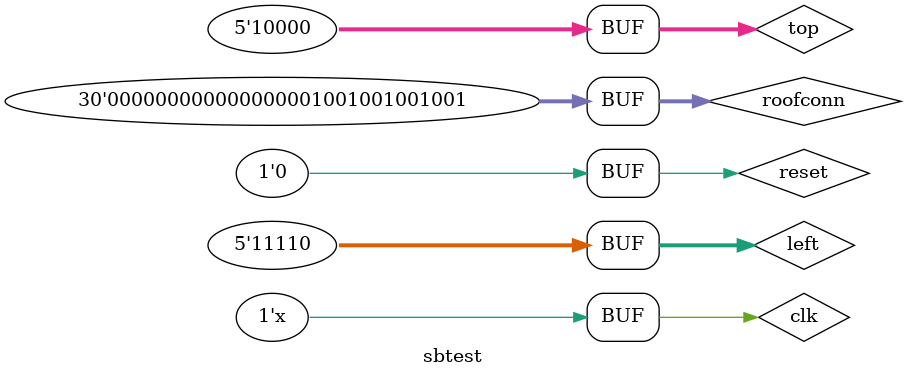
<source format=v>
`timescale 1ns / 1ps

module sbtest;


reg clk,reset;
wire [4:0] left;
reg [29:0] roofconn;
wire [4:0] right; 
wire [4:0] top;
wire [4:0] bottom;
assign top=5'b10000;
assign left=5'b11110;
 switchBox s(clk,reset, roofconn, left,right,top, bottom );

 always begin #5 clk=~clk; end
 initial
 begin clk=0; reset=1;
 #5 reset=0; 
 #3 roofconn=30'b000000000000000001001001001001;

 end
endmodule



</source>
